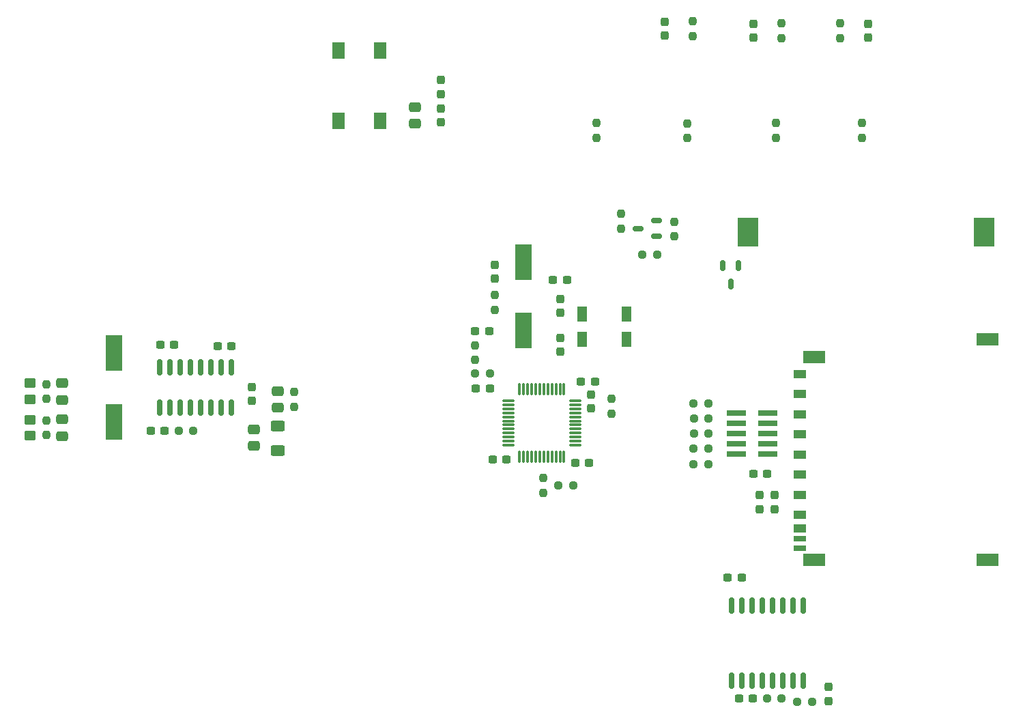
<source format=gbr>
%TF.GenerationSoftware,KiCad,Pcbnew,7.0.1*%
%TF.CreationDate,2023-05-06T23:45:57+02:00*%
%TF.ProjectId,PUE_mainboard,5055455f-6d61-4696-9e62-6f6172642e6b,rev?*%
%TF.SameCoordinates,Original*%
%TF.FileFunction,Paste,Top*%
%TF.FilePolarity,Positive*%
%FSLAX46Y46*%
G04 Gerber Fmt 4.6, Leading zero omitted, Abs format (unit mm)*
G04 Created by KiCad (PCBNEW 7.0.1) date 2023-05-06 23:45:57*
%MOMM*%
%LPD*%
G01*
G04 APERTURE LIST*
G04 Aperture macros list*
%AMRoundRect*
0 Rectangle with rounded corners*
0 $1 Rounding radius*
0 $2 $3 $4 $5 $6 $7 $8 $9 X,Y pos of 4 corners*
0 Add a 4 corners polygon primitive as box body*
4,1,4,$2,$3,$4,$5,$6,$7,$8,$9,$2,$3,0*
0 Add four circle primitives for the rounded corners*
1,1,$1+$1,$2,$3*
1,1,$1+$1,$4,$5*
1,1,$1+$1,$6,$7*
1,1,$1+$1,$8,$9*
0 Add four rect primitives between the rounded corners*
20,1,$1+$1,$2,$3,$4,$5,0*
20,1,$1+$1,$4,$5,$6,$7,0*
20,1,$1+$1,$6,$7,$8,$9,0*
20,1,$1+$1,$8,$9,$2,$3,0*%
G04 Aperture macros list end*
%ADD10RoundRect,0.237500X0.300000X0.237500X-0.300000X0.237500X-0.300000X-0.237500X0.300000X-0.237500X0*%
%ADD11RoundRect,0.237500X-0.237500X0.250000X-0.237500X-0.250000X0.237500X-0.250000X0.237500X0.250000X0*%
%ADD12RoundRect,0.237500X0.250000X0.237500X-0.250000X0.237500X-0.250000X-0.237500X0.250000X-0.237500X0*%
%ADD13R,1.500000X1.000000*%
%ADD14R,1.500000X0.700000*%
%ADD15R,2.800000X1.500000*%
%ADD16RoundRect,0.237500X0.237500X-0.250000X0.237500X0.250000X-0.237500X0.250000X-0.237500X-0.250000X0*%
%ADD17RoundRect,0.237500X-0.250000X-0.237500X0.250000X-0.237500X0.250000X0.237500X-0.250000X0.237500X0*%
%ADD18R,2.600000X3.600000*%
%ADD19R,2.400000X0.740000*%
%ADD20RoundRect,0.237500X-0.237500X0.300000X-0.237500X-0.300000X0.237500X-0.300000X0.237500X0.300000X0*%
%ADD21RoundRect,0.250000X-0.475000X0.337500X-0.475000X-0.337500X0.475000X-0.337500X0.475000X0.337500X0*%
%ADD22RoundRect,0.250000X0.625000X-0.400000X0.625000X0.400000X-0.625000X0.400000X-0.625000X-0.400000X0*%
%ADD23RoundRect,0.237500X-0.300000X-0.237500X0.300000X-0.237500X0.300000X0.237500X-0.300000X0.237500X0*%
%ADD24RoundRect,0.237500X0.237500X-0.300000X0.237500X0.300000X-0.237500X0.300000X-0.237500X-0.300000X0*%
%ADD25RoundRect,0.150000X0.150000X-0.825000X0.150000X0.825000X-0.150000X0.825000X-0.150000X-0.825000X0*%
%ADD26RoundRect,0.150000X0.150000X-0.875000X0.150000X0.875000X-0.150000X0.875000X-0.150000X-0.875000X0*%
%ADD27RoundRect,0.250000X0.475000X-0.337500X0.475000X0.337500X-0.475000X0.337500X-0.475000X-0.337500X0*%
%ADD28RoundRect,0.150000X-0.150000X0.512500X-0.150000X-0.512500X0.150000X-0.512500X0.150000X0.512500X0*%
%ADD29RoundRect,0.250000X0.450000X-0.350000X0.450000X0.350000X-0.450000X0.350000X-0.450000X-0.350000X0*%
%ADD30RoundRect,0.075000X-0.075000X0.662500X-0.075000X-0.662500X0.075000X-0.662500X0.075000X0.662500X0*%
%ADD31RoundRect,0.075000X-0.662500X0.075000X-0.662500X-0.075000X0.662500X-0.075000X0.662500X0.075000X0*%
%ADD32R,1.300000X1.900000*%
%ADD33R,1.500000X2.000000*%
%ADD34R,2.000000X4.500000*%
%ADD35RoundRect,0.150000X0.512500X0.150000X-0.512500X0.150000X-0.512500X-0.150000X0.512500X-0.150000X0*%
G04 APERTURE END LIST*
D10*
%TO.C,C27*%
X163837500Y-141575000D03*
X162112500Y-141575000D03*
%TD*%
D11*
%TO.C,R4*%
X95750000Y-146337500D03*
X95750000Y-148162500D03*
%TD*%
D10*
%TO.C,C20*%
X185212500Y-153000000D03*
X183487500Y-153000000D03*
%TD*%
D12*
%TO.C,R11*%
X161112500Y-154400000D03*
X159287500Y-154400000D03*
%TD*%
D13*
%TO.C,J8*%
X189225000Y-143075000D03*
X189225000Y-145575000D03*
X189225000Y-148075000D03*
X189225000Y-150575000D03*
X189225000Y-153075000D03*
X189225000Y-155575000D03*
X189225000Y-158005000D03*
X189225000Y-159705000D03*
X189225000Y-140575000D03*
D14*
X189225000Y-161005000D03*
X189225000Y-162205000D03*
D15*
X191025000Y-163600000D03*
X212525000Y-163600000D03*
X191025000Y-138500000D03*
X212525000Y-136300000D03*
%TD*%
D16*
%TO.C,R27*%
X186300000Y-111312500D03*
X186300000Y-109487500D03*
%TD*%
%TO.C,R13*%
X187000000Y-98912500D03*
X187000000Y-97087500D03*
%TD*%
D10*
%TO.C,C8*%
X118745000Y-137095000D03*
X117020000Y-137095000D03*
%TD*%
D17*
%TO.C,R20*%
X176112500Y-147950000D03*
X177937500Y-147950000D03*
%TD*%
D18*
%TO.C,BT1*%
X182850000Y-123000000D03*
X212150000Y-123000000D03*
%TD*%
D16*
%TO.C,R10*%
X157400000Y-155312500D03*
X157400000Y-153487500D03*
%TD*%
D11*
%TO.C,R29*%
X173640000Y-121700000D03*
X173640000Y-123525000D03*
%TD*%
D19*
%TO.C,J6*%
X185300000Y-150540000D03*
X181400000Y-150540000D03*
X185300000Y-149270000D03*
X181400000Y-149270000D03*
X185300000Y-148000000D03*
X181400000Y-148000000D03*
X185300000Y-146730000D03*
X181400000Y-146730000D03*
X185300000Y-145460000D03*
X181400000Y-145460000D03*
%TD*%
D20*
%TO.C,C17*%
X192830000Y-179397500D03*
X192830000Y-181122500D03*
%TD*%
D21*
%TO.C,C4*%
X97750000Y-141712500D03*
X97750000Y-143787500D03*
%TD*%
D22*
%TO.C,R6*%
X124500000Y-150100000D03*
X124500000Y-147000000D03*
%TD*%
D23*
%TO.C,C15*%
X181712500Y-180850000D03*
X183437500Y-180850000D03*
%TD*%
D20*
%TO.C,C32*%
X184300000Y-155625000D03*
X184300000Y-157350000D03*
%TD*%
D17*
%TO.C,R30*%
X169727500Y-125812500D03*
X171552500Y-125812500D03*
%TD*%
D24*
%TO.C,C10*%
X144750000Y-109362500D03*
X144750000Y-107637500D03*
%TD*%
D16*
%TO.C,R12*%
X176000000Y-98662500D03*
X176000000Y-96837500D03*
%TD*%
D25*
%TO.C,U1*%
X109855000Y-144715000D03*
X111125000Y-144715000D03*
X112395000Y-144715000D03*
X113665000Y-144715000D03*
X114935000Y-144715000D03*
X116205000Y-144715000D03*
X117475000Y-144715000D03*
X118745000Y-144715000D03*
X118745000Y-139765000D03*
X117475000Y-139765000D03*
X116205000Y-139765000D03*
X114935000Y-139765000D03*
X113665000Y-139765000D03*
X112395000Y-139765000D03*
X111125000Y-139765000D03*
X109855000Y-139765000D03*
%TD*%
D20*
%TO.C,C2*%
X121285000Y-142175000D03*
X121285000Y-143900000D03*
%TD*%
D17*
%TO.C,FB1*%
X148962500Y-140500000D03*
X150787500Y-140500000D03*
%TD*%
D16*
%TO.C,R9*%
X164000000Y-111312500D03*
X164000000Y-109487500D03*
%TD*%
D10*
%TO.C,C5*%
X111612500Y-136950000D03*
X109887500Y-136950000D03*
%TD*%
D23*
%TO.C,C21*%
X158649500Y-128905000D03*
X160374500Y-128905000D03*
%TD*%
D26*
%TO.C,U4*%
X180790000Y-178587500D03*
X182060000Y-178587500D03*
X183330000Y-178587500D03*
X184600000Y-178587500D03*
X185870000Y-178587500D03*
X187140000Y-178587500D03*
X188410000Y-178587500D03*
X189680000Y-178587500D03*
X189680000Y-169287500D03*
X188410000Y-169287500D03*
X187140000Y-169287500D03*
X185870000Y-169287500D03*
X184600000Y-169287500D03*
X183330000Y-169287500D03*
X182060000Y-169287500D03*
X180790000Y-169287500D03*
%TD*%
D27*
%TO.C,C6*%
X124500000Y-144787500D03*
X124500000Y-142712500D03*
%TD*%
D12*
%TO.C,R14*%
X190742500Y-181260000D03*
X188917500Y-181260000D03*
%TD*%
D20*
%TO.C,C26*%
X186100000Y-155625000D03*
X186100000Y-157350000D03*
%TD*%
D23*
%TO.C,C13*%
X180312500Y-165875000D03*
X182037500Y-165875000D03*
%TD*%
D20*
%TO.C,C18*%
X197750000Y-97137500D03*
X197750000Y-98862500D03*
%TD*%
D27*
%TO.C,C9*%
X141500000Y-109537500D03*
X141500000Y-107462500D03*
%TD*%
D20*
%TO.C,C11*%
X144750000Y-104137500D03*
X144750000Y-105862500D03*
%TD*%
D28*
%TO.C,D3*%
X181625000Y-127112500D03*
X179725000Y-127112500D03*
X180675000Y-129387500D03*
%TD*%
D27*
%TO.C,C7*%
X121500000Y-149537500D03*
X121500000Y-147462500D03*
%TD*%
D20*
%TO.C,C16*%
X183500000Y-97137500D03*
X183500000Y-98862500D03*
%TD*%
D10*
%TO.C,C29*%
X163112500Y-151650000D03*
X161387500Y-151650000D03*
%TD*%
D17*
%TO.C,R18*%
X176087500Y-149850000D03*
X177912500Y-149850000D03*
%TD*%
D11*
%TO.C,R24*%
X148971000Y-137009500D03*
X148971000Y-138834500D03*
%TD*%
D17*
%TO.C,R15*%
X185187500Y-180850000D03*
X187012500Y-180850000D03*
%TD*%
D29*
%TO.C,R2*%
X93750000Y-148250000D03*
X93750000Y-146250000D03*
%TD*%
D30*
%TO.C,U5*%
X160000000Y-142500000D03*
X159500000Y-142500000D03*
X159000000Y-142500000D03*
X158500000Y-142500000D03*
X158000000Y-142500000D03*
X157500000Y-142500000D03*
X157000000Y-142500000D03*
X156500000Y-142500000D03*
X156000000Y-142500000D03*
X155500000Y-142500000D03*
X155000000Y-142500000D03*
X154500000Y-142500000D03*
D31*
X153087500Y-143912500D03*
X153087500Y-144412500D03*
X153087500Y-144912500D03*
X153087500Y-145412500D03*
X153087500Y-145912500D03*
X153087500Y-146412500D03*
X153087500Y-146912500D03*
X153087500Y-147412500D03*
X153087500Y-147912500D03*
X153087500Y-148412500D03*
X153087500Y-148912500D03*
X153087500Y-149412500D03*
D30*
X154500000Y-150825000D03*
X155000000Y-150825000D03*
X155500000Y-150825000D03*
X156000000Y-150825000D03*
X156500000Y-150825000D03*
X157000000Y-150825000D03*
X157500000Y-150825000D03*
X158000000Y-150825000D03*
X158500000Y-150825000D03*
X159000000Y-150825000D03*
X159500000Y-150825000D03*
X160000000Y-150825000D03*
D31*
X161412500Y-149412500D03*
X161412500Y-148912500D03*
X161412500Y-148412500D03*
X161412500Y-147912500D03*
X161412500Y-147412500D03*
X161412500Y-146912500D03*
X161412500Y-146412500D03*
X161412500Y-145912500D03*
X161412500Y-145412500D03*
X161412500Y-144912500D03*
X161412500Y-144412500D03*
X161412500Y-143912500D03*
%TD*%
D29*
%TO.C,R3*%
X93750000Y-143710000D03*
X93750000Y-141710000D03*
%TD*%
D16*
%TO.C,R16*%
X194250000Y-98912500D03*
X194250000Y-97087500D03*
%TD*%
D24*
%TO.C,C30*%
X163322000Y-144880500D03*
X163322000Y-143155500D03*
%TD*%
D32*
%TO.C,Y3*%
X162250000Y-136322500D03*
X167750000Y-136322500D03*
X167750000Y-133122500D03*
X162250000Y-133122500D03*
%TD*%
D23*
%TO.C,C25*%
X148997500Y-135255000D03*
X150722500Y-135255000D03*
%TD*%
D17*
%TO.C,R19*%
X176087500Y-151750000D03*
X177912500Y-151750000D03*
%TD*%
D20*
%TO.C,C14*%
X172500000Y-96887500D03*
X172500000Y-98612500D03*
%TD*%
D33*
%TO.C,D2*%
X137160000Y-100480000D03*
X132060000Y-100480000D03*
X132060000Y-109220000D03*
X137160000Y-109220000D03*
%TD*%
D10*
%TO.C,C28*%
X152862500Y-151200000D03*
X151137500Y-151200000D03*
%TD*%
D11*
%TO.C,R25*%
X167050000Y-120737500D03*
X167050000Y-122562500D03*
%TD*%
D34*
%TO.C,Y1*%
X104140000Y-137990000D03*
X104140000Y-146490000D03*
%TD*%
D16*
%TO.C,R5*%
X95750000Y-143662500D03*
X95750000Y-141837500D03*
%TD*%
%TO.C,R26*%
X175300000Y-111325000D03*
X175300000Y-109500000D03*
%TD*%
%TO.C,R8*%
X126500000Y-144662500D03*
X126500000Y-142837500D03*
%TD*%
D17*
%TO.C,R17*%
X176087500Y-144225000D03*
X177912500Y-144225000D03*
%TD*%
D34*
%TO.C,Y2*%
X154940000Y-135187000D03*
X154940000Y-126687000D03*
%TD*%
D24*
%TO.C,C23*%
X159550000Y-137812500D03*
X159550000Y-136087500D03*
%TD*%
D16*
%TO.C,R23*%
X151384000Y-132611500D03*
X151384000Y-130786500D03*
%TD*%
D24*
%TO.C,C24*%
X159500000Y-133000000D03*
X159500000Y-131275000D03*
%TD*%
D23*
%TO.C,C1*%
X108737500Y-147600000D03*
X110462500Y-147600000D03*
%TD*%
D16*
%TO.C,R28*%
X197000000Y-111312500D03*
X197000000Y-109487500D03*
%TD*%
D17*
%TO.C,R1*%
X112187500Y-147600000D03*
X114012500Y-147600000D03*
%TD*%
D16*
%TO.C,R22*%
X165875000Y-145487500D03*
X165875000Y-143662500D03*
%TD*%
D35*
%TO.C,Q1*%
X171467500Y-123482500D03*
X171467500Y-121582500D03*
X169192500Y-122532500D03*
%TD*%
D24*
%TO.C,C22*%
X151384000Y-128751500D03*
X151384000Y-127026500D03*
%TD*%
D21*
%TO.C,C3*%
X97750000Y-146212500D03*
X97750000Y-148287500D03*
%TD*%
D17*
%TO.C,R21*%
X176112500Y-146150000D03*
X177937500Y-146150000D03*
%TD*%
D23*
%TO.C,C31*%
X149062500Y-142375000D03*
X150787500Y-142375000D03*
%TD*%
M02*

</source>
